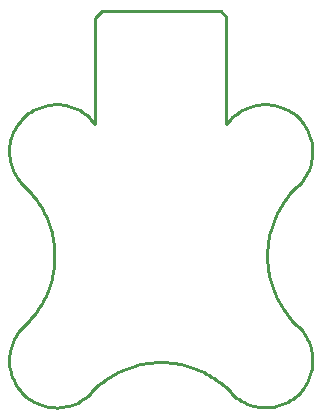
<source format=gm1>
G04*
G04 #@! TF.GenerationSoftware,Altium Limited,Altium Designer,18.1.7 (191)*
G04*
G04 Layer_Color=16711935*
%FSLAX44Y44*%
%MOMM*%
G71*
G01*
G75*
%ADD10C,0.2540*%
D10*
X0Y-90089D02*
X-2506Y-90127D01*
X-5010Y-90243D01*
X-7509Y-90436D01*
X-10001Y-90706D01*
X-12484Y-91052D01*
X-14954Y-91475D01*
X-17411Y-91974D01*
X-19850Y-92548D01*
X-22271Y-93196D01*
X-24671Y-93920D01*
X-27048Y-94716D01*
X-29399Y-95586D01*
X-31721Y-96528D01*
X-34014Y-97540D01*
X-36275Y-98623D01*
X-38501Y-99775D01*
X-40690Y-100995D01*
X-42842Y-102282D01*
X-44952Y-103634D01*
X-47019Y-105051D01*
X-49042Y-106531D01*
X-51019Y-108073D01*
X-52947Y-109674D01*
X-54825Y-111334D01*
X-56650Y-113052D01*
X-58422Y-114824D01*
X-60139Y-116651D01*
X90089Y0D02*
X90127Y-2506D01*
X90243Y-5010D01*
X90436Y-7509D01*
X90706Y-10001D01*
X91052Y-12484D01*
X91475Y-14954D01*
X91974Y-17411D01*
X92548Y-19850D01*
X93196Y-22271D01*
X93920Y-24671D01*
X94716Y-27048D01*
X95586Y-29399D01*
X96528Y-31721D01*
X97540Y-34014D01*
X98623Y-36275D01*
X99775Y-38501D01*
X100995Y-40690D01*
X102282Y-42842D01*
X103634Y-44952D01*
X105051Y-47019D01*
X106531Y-49042D01*
X108073Y-51019D01*
X109674Y-52947D01*
X111334Y-54825D01*
X113052Y-56650D01*
X114824Y-58422D01*
X116651Y-60139D01*
X-90089Y0D02*
X-90127Y2506D01*
X-90243Y5010D01*
X-90436Y7509D01*
X-90706Y10001D01*
X-91052Y12484D01*
X-91475Y14954D01*
X-91974Y17411D01*
X-92548Y19850D01*
X-93196Y22271D01*
X-93920Y24671D01*
X-94716Y27048D01*
X-95586Y29399D01*
X-96528Y31722D01*
X-97540Y34014D01*
X-98623Y36275D01*
X-99775Y38501D01*
X-100995Y40691D01*
X-102282Y42842D01*
X-103634Y44952D01*
X-105051Y47019D01*
X-106531Y49042D01*
X-108073Y51019D01*
X-109674Y52947D01*
X-111334Y54825D01*
X-113052Y56650D01*
X-114824Y58422D01*
X-116651Y60139D01*
X116651Y60139D02*
X114825Y58423D01*
X113052Y56651D01*
X111335Y54825D01*
X109675Y52947D01*
X108073Y51019D01*
X106531Y49043D01*
X105051Y47020D01*
X103635Y44952D01*
X102282Y42842D01*
X100995Y40691D01*
X99775Y38501D01*
X98623Y36275D01*
X97540Y34015D01*
X96528Y31722D01*
X95586Y29399D01*
X94717Y27048D01*
X93920Y24672D01*
X93197Y22272D01*
X92548Y19851D01*
X91974Y17411D01*
X91475Y14954D01*
X91052Y12484D01*
X90706Y10001D01*
X90436Y7509D01*
X90243Y5010D01*
X90127Y2506D01*
X90089Y0D01*
X60139Y-116651D02*
X58423Y-114825D01*
X56651Y-113052D01*
X54825Y-111335D01*
X52947Y-109675D01*
X51019Y-108073D01*
X49043Y-106531D01*
X47020Y-105051D01*
X44952Y-103635D01*
X42842Y-102282D01*
X40691Y-100995D01*
X38501Y-99775D01*
X36275Y-98623D01*
X34015Y-97540D01*
X31722Y-96528D01*
X29399Y-95586D01*
X27048Y-94717D01*
X24671Y-93920D01*
X22272Y-93196D01*
X19851Y-92548D01*
X17411Y-91974D01*
X14954Y-91475D01*
X12484Y-91052D01*
X10001Y-90706D01*
X7509Y-90436D01*
X5010Y-90243D01*
X2506Y-90127D01*
X0Y-90089D01*
X-55626Y111332D02*
X-57155Y113375D01*
X-58810Y115315D01*
X-60585Y117146D01*
X-62474Y118861D01*
X-64468Y120451D01*
X-66560Y121911D01*
X-68740Y123235D01*
X-71000Y124417D01*
X-73331Y125453D01*
X-75723Y126338D01*
X-78167Y127069D01*
X-80652Y127642D01*
X-83169Y128056D01*
X-85707Y128309D01*
X-88256Y128400D01*
X-90806Y128328D01*
X-93346Y128093D01*
X-95866Y127697D01*
X-98355Y127141D01*
X-100804Y126428D01*
X-103203Y125560D01*
X-105541Y124541D01*
X-107809Y123375D01*
X-109999Y122067D01*
X-112101Y120622D01*
X-114107Y119046D01*
X-116007Y117345D01*
X-117796Y115527D01*
X-119465Y113598D01*
X-121008Y111567D01*
X-122418Y109442D01*
X-123690Y107231D01*
X-124819Y104943D01*
X-125799Y102589D01*
X-126627Y100176D01*
X-127300Y97716D01*
X-127815Y95217D01*
X-128169Y92691D01*
X-128362Y90148D01*
X-128392Y87598D01*
X-128259Y85050D01*
X-127965Y82517D01*
X-127509Y80007D01*
X-126895Y77531D01*
X-126124Y75100D01*
X-125200Y72723D01*
X-124126Y70409D01*
X-122907Y68169D01*
X-121547Y66011D01*
X-120053Y63944D01*
X-118429Y61976D01*
X-116684Y60116D01*
X116684Y60116D02*
X118429Y61976D01*
X120052Y63943D01*
X121546Y66010D01*
X122906Y68168D01*
X124125Y70408D01*
X125199Y72721D01*
X126124Y75099D01*
X126895Y77530D01*
X127509Y80005D01*
X127965Y82514D01*
X128259Y85048D01*
X128392Y87595D01*
X128362Y90145D01*
X128169Y92688D01*
X127815Y95214D01*
X127301Y97712D01*
X126629Y100172D01*
X125801Y102584D01*
X124821Y104939D01*
X123693Y107227D01*
X122421Y109437D01*
X121011Y111563D01*
X119469Y113594D01*
X117800Y115523D01*
X116012Y117341D01*
X114111Y119042D01*
X112106Y120618D01*
X110005Y122064D01*
X107816Y123372D01*
X105547Y124538D01*
X103209Y125557D01*
X100811Y126426D01*
X98363Y127139D01*
X95874Y127696D01*
X93354Y128092D01*
X90815Y128327D01*
X88265Y128400D01*
X85716Y128310D01*
X83178Y128058D01*
X80662Y127644D01*
X78176Y127071D01*
X75733Y126341D01*
X73340Y125457D01*
X71009Y124422D01*
X68749Y123240D01*
X66569Y121917D01*
X64477Y120458D01*
X62483Y118868D01*
X60594Y117154D01*
X58818Y115324D01*
X57162Y113384D01*
X55633Y111342D01*
X60116Y-116684D02*
X61986Y-118438D01*
X63965Y-120069D01*
X66044Y-121569D01*
X68215Y-122934D01*
X70469Y-124156D01*
X72797Y-125231D01*
X75189Y-126155D01*
X77635Y-126924D01*
X80125Y-127535D01*
X82650Y-127985D01*
X85198Y-128272D01*
X87759Y-128395D01*
X90323Y-128354D01*
X92879Y-128148D01*
X95416Y-127780D01*
X97925Y-127249D01*
X100394Y-126559D01*
X102814Y-125712D01*
X105175Y-124712D01*
X107467Y-123563D01*
X109681Y-122269D01*
X111807Y-120836D01*
X113837Y-119270D01*
X115763Y-117576D01*
X117576Y-115763D01*
X119269Y-113838D01*
X120836Y-111808D01*
X122269Y-109681D01*
X123563Y-107468D01*
X124712Y-105176D01*
X125712Y-102815D01*
X126559Y-100394D01*
X127249Y-97925D01*
X127780Y-95416D01*
X128148Y-92879D01*
X128354Y-90323D01*
X128395Y-87759D01*
X128272Y-85198D01*
X127985Y-82650D01*
X127535Y-80126D01*
X126924Y-77635D01*
X126155Y-75189D01*
X125231Y-72797D01*
X124156Y-70469D01*
X122934Y-68215D01*
X121570Y-66044D01*
X120069Y-63965D01*
X118439Y-61986D01*
X116685Y-60116D01*
X-116651Y-60139D02*
X-114825Y-58423D01*
X-113052Y-56651D01*
X-111335Y-54825D01*
X-109675Y-52947D01*
X-108073Y-51019D01*
X-106531Y-49043D01*
X-105051Y-47020D01*
X-103635Y-44952D01*
X-102282Y-42842D01*
X-100995Y-40691D01*
X-99775Y-38501D01*
X-98623Y-36275D01*
X-97540Y-34015D01*
X-96528Y-31722D01*
X-95586Y-29399D01*
X-94717Y-27048D01*
X-93920Y-24672D01*
X-93197Y-22272D01*
X-92548Y-19851D01*
X-91974Y-17411D01*
X-91475Y-14954D01*
X-91052Y-12484D01*
X-90706Y-10001D01*
X-90436Y-7509D01*
X-90243Y-5010D01*
X-90127Y-2506D01*
X-90089Y-0D01*
X-116651Y-60139D02*
X-118406Y-62010D01*
X-120036Y-63988D01*
X-121537Y-66068D01*
X-122901Y-68239D01*
X-124123Y-70493D01*
X-125198Y-72821D01*
X-126123Y-75212D01*
X-126891Y-77659D01*
X-127502Y-80149D01*
X-127952Y-82673D01*
X-128239Y-85221D01*
X-128362Y-87782D01*
X-128321Y-90346D01*
X-128116Y-92902D01*
X-127747Y-95440D01*
X-127217Y-97948D01*
X-126526Y-100418D01*
X-125680Y-102838D01*
X-124679Y-105199D01*
X-123530Y-107491D01*
X-122236Y-109705D01*
X-120803Y-111831D01*
X-119237Y-113861D01*
X-117543Y-115787D01*
X-115730Y-117600D01*
X-113805Y-119293D01*
X-111775Y-120859D01*
X-109649Y-122292D01*
X-107435Y-123586D01*
X-105143Y-124736D01*
X-102782Y-125736D01*
X-100361Y-126583D01*
X-97892Y-127273D01*
X-95383Y-127803D01*
X-92846Y-128172D01*
X-90290Y-128377D01*
X-87726Y-128419D01*
X-85165Y-128295D01*
X-82617Y-128008D01*
X-80093Y-127558D01*
X-77602Y-126948D01*
X-75156Y-126179D01*
X-72764Y-125255D01*
X-70437Y-124180D01*
X-68183Y-122957D01*
X-66011Y-121593D01*
X-63932Y-120093D01*
X-61953Y-118462D01*
X-60083Y-116708D01*
X-49756Y207010D02*
X50800D01*
X-55654Y111313D02*
Y201112D01*
X-49756Y207010D01*
X55604Y111760D02*
Y202206D01*
X50800Y207010D02*
X55604Y202206D01*
M02*

</source>
